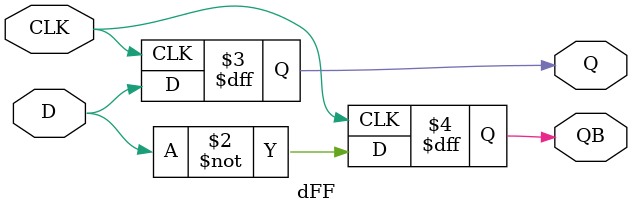
<source format=v>
`timescale 1ns / 1ps
module dFF(D, CLK, Q, QB);
	
	input D, CLK;
	output reg Q, QB;
	
	always @(posedge CLK) begin
	Q <= D;
	QB <= ~D;
	end

endmodule

</source>
